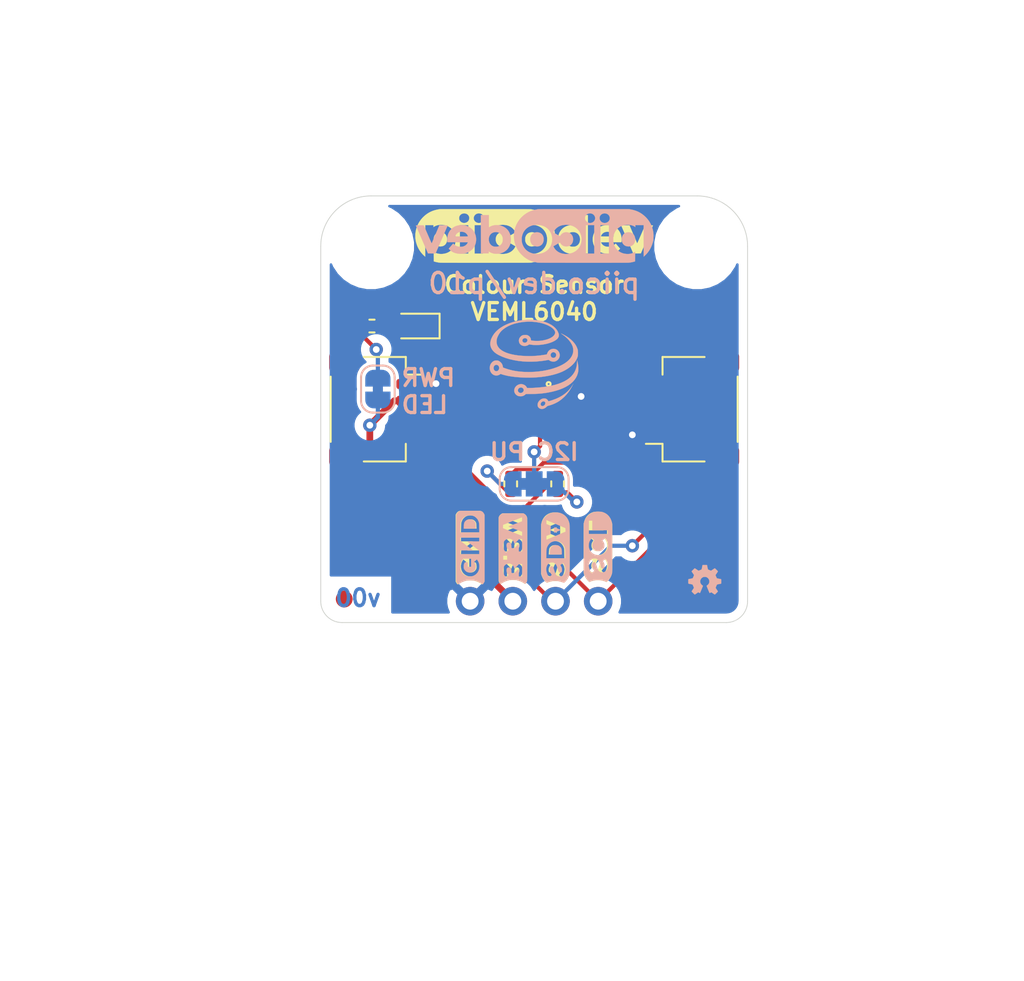
<source format=kicad_pcb>
(kicad_pcb (version 20171130) (host pcbnew "(5.1.8-44-gfd79c7ae46)-1")
  (title_block (title "PiicoDev Ambient Light Sensor VEML6030") (date 2021-03-23) (rev 10) (company "Core Electronics") (comment 1 "Designed at Core Electronics by Michael Ruppe") (comment 2 "PiicoDev and the PiicoDev logo are trademarks of Core Electronics Pty Ltd.") (comment 3 "License: CCASAv4.0 http://creativecommons.org/licenses/by-sa/4.0") (comment 4 "based off: https://www.sparkfun.com/products/15436"))
  (layers (0 F.Cu signal) (31 B.Cu signal) (34 B.Paste user) (35 F.Paste user) (36 B.SilkS user) (37 F.SilkS user) (38 B.Mask user) (39 F.Mask user) (44 Edge.Cuts user))
  (net 0 "")
  (net 1 +3V3)
  (net 2 GND)
  (net 3 "Net-(D1-Pad2)")
  (net 4 /SCL)
  (net 5 /SDA)
  (net 6 "Net-(JP1-Pad2)")
  (net 7 "Net-(JP3-Pad3)")
  (net 8 "Net-(JP3-Pad1)")
  (module CoreElectronics_Components:PiicoDev_header_4pin (layer B.Cu) (at 8.89 24.13 270)
    (fp_text reference J3)
    (fp_text value Conn_PiicoDev_header_01x04_Male)
    (pad 1 thru_hole circle (at 0 0 270) (size 1.7 1.7) (drill 1) (layers *.Cu *.Mask) (net 2 GND))
    (pad 2 thru_hole oval (at 0 -2.54 270) (size 1.7 1.7) (drill 1) (layers *.Cu *.Mask) (net 1 +3V3))
    (pad 3 thru_hole oval (at 0 -5.08 270) (size 1.7 1.7) (drill 1) (layers *.Cu *.Mask) (net 5 /SDA))
    (pad 4 thru_hole oval (at 0 -7.62 270) (size 1.7 1.7) (drill 1) (layers *.Cu *.Mask) (net 4 /SCL))
  )
  (module CoreElectronics_Components:VISHAY_VEML6040_2X1.25X1 (layer F.Cu) (at 12.7 12.7 270)
    (fp_text reference U1 hide)
    (fp_text value VEML6040)
    (pad 1 smd rect (at -0.95 -0.35 270) (size 0.9 0.35) (layers F.Cu F.Paste F.Mask) (net 2 GND))
    (pad 2 smd roundrect (at -1 0.35 270) (size 0.9 0.35) (drill (offset 0.05 0)) (layers F.Cu F.Paste F.Mask) (net 5 /SDA))
    (pad 3 smd roundrect (at 0.95 0.35 270) (size 1 0.35) (drill (offset -0.05 0)) (layers F.Cu F.Paste F.Mask) (net 4 /SCL))
    (pad 4 smd roundrect (at 0.95 -0.35 270) (size 0.9 0.35) (layers F.Cu F.Paste F.Mask) (net 1 +3V3))
  )
  (module CoreElectronics_Artwork:CoreElectronics_logo_5mm (layer B.Cu) (at 12.7 10.033 180)
    (fp_text reference G1 hide)
    (fp_text value LOGO_CoreElectronics_no-text hide)
  )
  (module CoreElectronics_Components:MountingHole_2.7mm_M2.5_PadClearance_1.2 (layer F.Cu) (at 22.4 3)
    (fp_text reference H4 hide)
    (fp_text value MountingHole)
    (pad 1 np_thru_hole circle (at 0 0) (size 2.7 2.7) (drill 2.7) (layers *.Cu *.Mask))
  )
  (module CoreElectronics_Components:MountingHole_2.7mm_M2.5_PadClearance_1.2 (layer F.Cu) (at 3 3)
    (fp_text reference H1 hide)
    (fp_text value MountingHole)
    (pad 1 np_thru_hole circle (at 0 0) (size 2.7 2.7) (drill 2.7) (layers *.Cu *.Mask))
  )
  (module CoreElectronics_Artwork:piicodev_logo_14.2x3.4mm (layer B.Cu) (at 12.715953 2.4892 180)
    (fp_text reference G3 hide)
    (fp_text value LOGO_made-with-love hide)
  )
  (module CoreElectronics_Artwork:piicodev_logo_14.2x3.4mm (layer F.Cu) (at 12.715953 2.4892)
    (fp_text reference G2 hide)
    (fp_text value LOGO_piico hide)
  )
  (module Resistor_SMD:R_0402_1005Metric (layer F.Cu) (at 3.048 7.747)
    (fp_text reference R1 hide)
    (fp_text value 1k hide)
    (pad 2 smd roundrect (at 0.51 0) (size 0.54 0.64) (layers F.Cu F.Paste F.Mask) (net 3 "Net-(D1-Pad2)"))
    (pad 1 smd roundrect (at -0.51 0) (size 0.54 0.64) (layers F.Cu F.Paste F.Mask) (net 6 "Net-(JP1-Pad2)"))
  )
  (module Resistor_SMD:R_0402_1005Metric (layer F.Cu) (at 11.303 17.145 90)
    (fp_text reference R4 hide)
    (fp_text value 4k7 hide)
    (pad 2 smd roundrect (at 0.51 0 90) (size 0.54 0.64) (layers F.Cu F.Paste F.Mask) (net 5 /SDA))
    (pad 1 smd roundrect (at -0.51 0 90) (size 0.54 0.64) (layers F.Cu F.Paste F.Mask) (net 8 "Net-(JP3-Pad1)"))
  )
  (module Resistor_SMD:R_0402_1005Metric (layer F.Cu) (at 14.097 17.145 90)
    (fp_text reference R3 hide)
    (fp_text value 4k7 hide)
    (pad 2 smd roundrect (at 0.51 0 90) (size 0.54 0.64) (layers F.Cu F.Paste F.Mask) (net 4 /SCL))
    (pad 1 smd roundrect (at -0.51 0 90) (size 0.54 0.64) (layers F.Cu F.Paste F.Mask) (net 7 "Net-(JP3-Pad3)"))
  )
  (module CoreElectronics_Components:SolderJumper-3_P1.3mm_Closed_RoundedPad1.0x1.5mm_NumberLabels (layer B.Cu) (at 12.7 17.145)
    (fp_text reference JP3 hide)
    (fp_text value "I2C PU")
    (fp_poly (pts (xy 0.8 -0.3) (xy -0.8 -0.3) (xy -0.8 0.3) (xy 0.8 0.3)) (layer B.Cu) (width 0.1))
    (pad 1 smd custom (at -1.3 0) (size 1 0.5) (layers B.Cu B.Mask) (net 8 "Net-(JP3-Pad1)") (options (clearance outline) (anchor rect)) (primitives (gr_circle (center 0 -0.25) (end 0.5 -0.25) (width 0)) (gr_circle (center 0 0.25) (end 0.5 0.25) (width 0)) (gr_poly (pts (xy 0.55 0.75) (xy 0 0.75) (xy 0 -0.75) (xy 0.55 -0.75)) (width 0))))
    (pad 3 smd custom (at 1.3 0) (size 1 0.5) (layers B.Cu B.Mask) (net 7 "Net-(JP3-Pad3)") (options (clearance outline) (anchor rect)) (primitives (gr_circle (center 0 -0.25) (end 0.5 -0.25) (width 0)) (gr_circle (center 0 0.25) (end 0.5 0.25) (width 0)) (gr_poly (pts (xy -0.55 0.75) (xy 0 0.75) (xy 0 -0.75) (xy -0.55 -0.75)) (width 0))))
    (pad 2 smd rect (at 0 0) (size 1 1.5) (layers B.Cu B.Mask) (net 1 +3V3))
  )
  (module Fiducial:Fiducial_1mm_Mask2mm (layer F.Cu) (at 24.003 6.985)
    (fp_text reference FID2 hide)
    (fp_text value Fiducial)
    (pad "" smd circle (at 0 0) (size 1 1) (layers F.Cu F.Mask) (clearance 0.5))
  )
  (module Fiducial:Fiducial_1mm_Mask2mm (layer F.Cu) (at 1.397 24.003)
    (fp_text reference FID1 hide)
    (fp_text value Fiducial)
    (pad "" smd circle (at 0 0) (size 1 1) (layers F.Cu F.Mask) (clearance 0.5))
  )
  (module CoreElectronics_Logos:oshw (layer B.Cu) (at 22.86 22.86 180)
    (fp_text reference LOGO1 hide)
    (fp_text value Logo_Open_Hardware_Small hide)
  )
  (module Jumper:SolderJumper-2_P1.3mm_Bridged_RoundedPad1.0x1.5mm (layer B.Cu) (at 3.4 11.5 90)
    (fp_text reference JP1 hide)
    (fp_text value LED hide)
    (fp_poly (pts (xy 0.25 0.3) (xy -0.25 0.3) (xy -0.25 -0.3) (xy 0.25 -0.3)) (layer B.Cu) (width 0))
    (pad 1 smd custom (at -0.65 0 90) (size 1 0.5) (layers B.Cu B.Mask) (net 1 +3V3) (options (clearance outline) (anchor rect)) (primitives (gr_circle (center 0 -0.25) (end 0.5 -0.25) (width 0)) (gr_circle (center 0 0.25) (end 0.5 0.25) (width 0)) (gr_poly (pts (xy 0 0.75) (xy 0.5 0.75) (xy 0.5 -0.75) (xy 0 -0.75)) (width 0))))
    (pad 2 smd custom (at 0.65 0 90) (size 1 0.5) (layers B.Cu B.Mask) (net 6 "Net-(JP1-Pad2)") (options (clearance outline) (anchor rect)) (primitives (gr_circle (center 0 -0.25) (end 0.5 -0.25) (width 0)) (gr_circle (center 0 0.25) (end 0.5 0.25) (width 0)) (gr_poly (pts (xy 0 0.75) (xy -0.5 0.75) (xy -0.5 -0.75) (xy 0 -0.75)) (width 0))))
  )
  (module Connector_JST:JST_SH_SM04B-SRSS-TB_1x04-1MP_P1.00mm_Horizontal (layer F.Cu) (at 22.1234 12.7 90)
    (fp_text reference J2 hide)
    (fp_text value " " hide)
    (pad 1 smd roundrect (at -1.5 -2 90) (size 0.6 1.55) (layers F.Cu F.Paste F.Mask) (net 2 GND))
    (pad 2 smd roundrect (at -0.5 -2 90) (size 0.6 1.55) (layers F.Cu F.Paste F.Mask) (net 1 +3V3))
    (pad 3 smd roundrect (at 0.5 -2 90) (size 0.6 1.55) (layers F.Cu F.Paste F.Mask) (net 5 /SDA))
    (pad 4 smd roundrect (at 1.5 -2 90) (size 0.6 1.55) (layers F.Cu F.Paste F.Mask) (net 4 /SCL))
    (pad MP smd roundrect (at -2.8 1.875 90) (size 1.2 1.8) (layers F.Cu F.Paste F.Mask) (roundrect_rratio 0.2083325))
    (pad MP smd roundrect (at 2.8 1.875 90) (size 1.2 1.8) (layers F.Cu F.Paste F.Mask) (roundrect_rratio 0.2083325))
  )
  (module Connector_JST:JST_SH_SM04B-SRSS-TB_1x04-1MP_P1.00mm_Horizontal (layer F.Cu) (at 3.2766 12.7 270)
    (fp_text reference J1 hide)
    (fp_text value " " hide)
    (pad MP smd roundrect (at 2.8 1.875 270) (size 1.2 1.8) (layers F.Cu F.Paste F.Mask) (roundrect_rratio 0.2083325))
    (pad MP smd roundrect (at -2.8 1.875 270) (size 1.2 1.8) (layers F.Cu F.Paste F.Mask) (roundrect_rratio 0.2083325))
    (pad 4 smd roundrect (at 1.5 -2 270) (size 0.6 1.55) (layers F.Cu F.Paste F.Mask) (net 4 /SCL))
    (pad 3 smd roundrect (at 0.5 -2 270) (size 0.6 1.55) (layers F.Cu F.Paste F.Mask) (net 5 /SDA))
    (pad 2 smd roundrect (at -0.5 -2 270) (size 0.6 1.55) (layers F.Cu F.Paste F.Mask) (net 1 +3V3))
    (pad 1 smd roundrect (at -1.5 -2 270) (size 0.6 1.55) (layers F.Cu F.Paste F.Mask) (net 2 GND))
  )
  (module LED_SMD:LED_0603_1608Metric (layer F.Cu) (at 5.588 7.747 180)
    (fp_text reference D1 hide)
    (fp_text value LED hide)
    (pad 1 smd roundrect (at -0.7875 0 180) (size 0.875 0.95) (layers F.Cu F.Paste F.Mask) (net 2 GND))
    (pad 2 smd roundrect (at 0.7875 0 180) (size 0.875 0.95) (layers F.Cu F.Paste F.Mask) (net 3 "Net-(D1-Pad2)"))
  )
  (module Capacitor_SMD:C_0402_1005Metric (layer F.Cu) (at 14.224 12.423 270)
    (fp_text reference C1 hide)
    (fp_text value 100n hide)
    (pad 1 smd roundrect (at -0.485 0 270) (size 0.59 0.64) (layers F.Cu F.Paste F.Mask) (net 2 GND))
    (pad 2 smd roundrect (at 0.485 0 270) (size 0.59 0.64) (layers F.Cu F.Paste F.Mask) (net 1 +3V3))
  )
  (gr_arc (start 22.4 3) (end 25.4 3) (angle -90) (layer Edge.Cuts) (width 0.05))
  (gr_arc (start 3 3) (end 3 0) (angle -90) (layer Edge.Cuts) (width 0.05))
  (gr_arc (start 24.13 24.13) (end 24.13 25.4) (angle -90) (layer Edge.Cuts) (width 0.05))
  (gr_arc (start 1.27 24.13) (end 0 24.13) (angle -90) (layer Edge.Cuts) (width 0.05))
  (gr_line (start 24.13 25.4) (end 1.27 25.4) (layer Edge.Cuts) (width 0.05))
  (gr_line (start 25.4 3) (end 25.4 24.13) (layer Edge.Cuts) (width 0.05))
  (gr_line (start 3 0) (end 22.4 0) (layer Edge.Cuts) (width 0.05))
  (gr_line (start 0 24.13) (end 0 3) (layer Edge.Cuts) (width 0.05))
  (gr_text piico.dev/p10 (at 12.7 5.207) (layer B.SilkS) (effects (font (size 1.2 1.2) (thickness 0.2)) (justify mirror)))
  (gr_text "PWR\nLED" (at 4.699 11.6365) (layer B.SilkS) (effects (font (size 1 1) (thickness 0.2)) (justify right mirror)))
  (gr_text "I2C PU" (at 12.7 15.24) (layer B.SilkS) (effects (font (size 1 1) (thickness 0.2)) (justify mirror)))
  (gr_text v00 (at 3.683 23.9395) (layer B.Cu) (effects (font (size 1 1) (thickness 0.2)) (justify left mirror)))
  (gr_text "Colour Sensor\nVEML6040" (at 12.7 6.096) (layer F.SilkS) (effects (font (size 1 1) (thickness 0.2))))
  (via (at 12.7 15.24) (size 0.8) (drill 0.4) (layers F.Cu B.Cu) (net 1))
  (segment (start 12.7 17.145) (end 12.7 15.24) (width 0.25) (layer B.Cu) (net 1))
  (segment (start 14.516 13.2) (end 14.224 12.908) (width 0.4) (layer F.Cu) (net 1))
  (segment (start 20.1234 13.2) (end 14.516 13.2) (width 0.4) (layer F.Cu) (net 1))
  (segment (start 13.05 14.89) (end 12.7 15.24) (width 0.25) (layer F.Cu) (net 1))
  (segment (start 13.05 13.65) (end 13.05 14.89) (width 0.25) (layer F.Cu) (net 1))
  (segment (start 5.2766 12.2) (end 4.818 12.2) (width 0.25) (layer F.Cu) (net 1))
  (segment (start 11.560576 12.2) (end 11.997076 12.6365) (width 0.4) (layer F.Cu) (net 1))
  (segment (start 5.2766 12.2) (end 11.560576 12.2) (width 0.4) (layer F.Cu) (net 1))
  (segment (start 13.924 12.908) (end 13.6525 12.6365) (width 0.4) (layer F.Cu) (net 1))
  (segment (start 14.224 12.908) (end 13.924 12.908) (width 0.4) (layer F.Cu) (net 1))
  (segment (start 13.05 12.669) (end 13.0175 12.6365) (width 0.25) (layer F.Cu) (net 1))
  (segment (start 13.05 13.65) (end 13.05 12.669) (width 0.25) (layer F.Cu) (net 1))
  (segment (start 13.0175 12.6365) (end 13.6525 12.6365) (width 0.4) (layer F.Cu) (net 1))
  (segment (start 11.997076 12.6365) (end 13.0175 12.6365) (width 0.4) (layer F.Cu) (net 1))
  (via (at 2.921008 13.6525) (size 0.8) (drill 0.4) (layers F.Cu B.Cu) (net 1))
  (segment (start 11.43 24.13) (end 2.921008 15.621008) (width 0.4) (layer F.Cu) (net 1))
  (segment (start 5.2766 12.2) (end 4.373508 12.2) (width 0.4) (layer F.Cu) (net 1))
  (segment (start 3.4 12.15) (end 3.4 13.173508) (width 0.25) (layer B.Cu) (net 1))
  (segment (start 3.4 13.173508) (end 2.921008 13.6525) (width 0.25) (layer B.Cu) (net 1))
  (segment (start 2.921008 15.621008) (end 2.921008 13.6525) (width 0.4) (layer F.Cu) (net 1))
  (segment (start 4.373508 12.2) (end 2.921008 13.6525) (width 0.4) (layer F.Cu) (net 1))
  (via (at 18.542 14.224) (size 0.8) (drill 0.4) (layers F.Cu B.Cu) (net 2))
  (segment (start 18.566 14.2) (end 18.542 14.224) (width 0.25) (layer F.Cu) (net 2))
  (segment (start 20.1234 14.2) (end 18.566 14.2) (width 0.25) (layer F.Cu) (net 2))
  (via (at 15.494 11.938) (size 0.8) (drill 0.4) (layers F.Cu B.Cu) (net 2))
  (segment (start 14.224 11.938) (end 15.494 11.938) (width 0.25) (layer F.Cu) (net 2))
  (segment (start 5.2766 8.8459) (end 6.3755 7.747) (width 0.25) (layer F.Cu) (net 2))
  (segment (start 5.2766 11.2) (end 5.2766 8.8459) (width 0.25) (layer F.Cu) (net 2))
  (via (at 6.858 11.176) (size 0.8) (drill 0.4) (layers F.Cu B.Cu) (net 2))
  (segment (start 5.2766 11.2) (end 6.834 11.2) (width 0.25) (layer F.Cu) (net 2))
  (segment (start 6.834 11.2) (end 6.858 11.176) (width 0.25) (layer F.Cu) (net 2))
  (segment (start 13.716 11.938) (end 14.224 11.938) (width 0.25) (layer F.Cu) (net 2))
  (segment (start 13.5255 11.7475) (end 13.716 11.938) (width 0.25) (layer F.Cu) (net 2))
  (segment (start 13.0525 11.7475) (end 13.5255 11.7475) (width 0.25) (layer F.Cu) (net 2))
  (segment (start 13.05 11.75) (end 13.0525 11.7475) (width 0.25) (layer F.Cu) (net 2))
  (segment (start 3.558 7.747) (end 4.8005 7.747) (width 0.25) (layer F.Cu) (net 3))
  (segment (start 6.58 14.2) (end 5.2766 14.2) (width 0.25) (layer F.Cu) (net 4))
  (segment (start 16.51 24.13) (end 11.557 19.177) (width 0.25) (layer F.Cu) (net 4))
  (segment (start 10.794 18.414) (end 10.668 18.288) (width 0.25) (layer F.Cu) (net 4))
  (segment (start 10.668 18.288) (end 6.58 14.2) (width 0.25) (layer F.Cu) (net 4))
  (segment (start 14.097 16.635) (end 12.318 18.414) (width 0.25) (layer F.Cu) (net 4))
  (segment (start 12.318 18.414) (end 12.318 18.416) (width 0.25) (layer F.Cu) (net 4))
  (segment (start 12.318 18.416) (end 11.557 19.177) (width 0.25) (layer F.Cu) (net 4))
  (segment (start 11.557 19.177) (end 10.668 18.288) (width 0.25) (layer F.Cu) (net 4))
  (segment (start 12.35 14.066) (end 12.35 13.65) (width 0.25) (layer F.Cu) (net 4))
  (segment (start 12.216 14.2) (end 12.35 14.066) (width 0.25) (layer F.Cu) (net 4))
  (segment (start 5.2766 14.2) (end 12.216 14.2) (width 0.25) (layer F.Cu) (net 4))
  (segment (start 21.844 18.796) (end 16.51 24.13) (width 0.25) (layer F.Cu) (net 4))
  (segment (start 21.844 11.938) (end 21.844 18.796) (width 0.25) (layer F.Cu) (net 4))
  (segment (start 21.106 11.2) (end 21.844 11.938) (width 0.25) (layer F.Cu) (net 4))
  (segment (start 20.1234 11.2) (end 21.106 11.2) (width 0.25) (layer F.Cu) (net 4))
  (segment (start 17.271975 20.828025) (end 18.541993 20.828025) (width 0.25) (layer B.Cu) (net 5))
  (segment (start 13.97 24.13) (end 17.271975 20.828025) (width 0.25) (layer B.Cu) (net 5))
  (via (at 18.541993 20.828025) (size 0.8) (drill 0.4) (layers F.Cu B.Cu) (net 5))
  (segment (start 12.35 11.239998) (end 12.35 11.7) (width 0.25) (layer F.Cu) (net 5))
  (segment (start 17.896499 10.974999) (end 12.614999 10.974999) (width 0.25) (layer F.Cu) (net 5))
  (segment (start 12.614999 10.974999) (end 12.35 11.239998) (width 0.25) (layer F.Cu) (net 5))
  (segment (start 19.1215 12.2) (end 17.896499 10.974999) (width 0.25) (layer F.Cu) (net 5))
  (segment (start 20.1234 12.2) (end 19.1215 12.2) (width 0.25) (layer F.Cu) (net 5))
  (segment (start 21.09 12.2) (end 20.1234 12.2) (width 0.25) (layer F.Cu) (net 5))
  (segment (start 21.2725 12.3825) (end 21.09 12.2) (width 0.25) (layer F.Cu) (net 5))
  (segment (start 18.541993 20.828025) (end 21.2725 18.097518) (width 0.25) (layer F.Cu) (net 5))
  (segment (start 12.8905 16.256) (end 13.2715 15.875) (width 0.25) (layer F.Cu) (net 5))
  (segment (start 11.682 16.256) (end 12.8905 16.256) (width 0.25) (layer F.Cu) (net 5))
  (segment (start 11.303 16.635) (end 11.682 16.256) (width 0.25) (layer F.Cu) (net 5))
  (segment (start 5.2766 13.2) (end 4.5016 13.2) (width 0.25) (layer F.Cu) (net 5))
  (segment (start 4.5016 13.2) (end 4.17659 13.52501) (width 0.25) (layer F.Cu) (net 5))
  (segment (start 4.17659 13.52501) (end 4.17659 14.546758) (width 0.25) (layer F.Cu) (net 5))
  (segment (start 13.759832 24.13) (end 13.97 24.13) (width 0.25) (layer F.Cu) (net 5))
  (segment (start 4.17659 14.546758) (end 13.759832 24.13) (width 0.25) (layer F.Cu) (net 5))
  (segment (start 13.2715 15.875) (end 21.2725 15.875) (width 0.25) (layer F.Cu) (net 5))
  (segment (start 21.2725 15.875) (end 21.2725 12.3825) (width 0.25) (layer F.Cu) (net 5))
  (segment (start 21.2725 18.097518) (end 21.2725 15.875) (width 0.25) (layer F.Cu) (net 5))
  (via (at 3.302014 9.144) (size 0.8) (drill 0.4) (layers F.Cu B.Cu) (net 6))
  (segment (start 3.4 10.85) (end 3.4 9.241986) (width 0.25) (layer B.Cu) (net 6))
  (segment (start 3.4 9.241986) (end 3.302014 9.144) (width 0.25) (layer B.Cu) (net 6))
  (segment (start 2.538 7.747) (end 2.538 8.379986) (width 0.25) (layer F.Cu) (net 6))
  (segment (start 2.538 8.379986) (end 3.302014 9.144) (width 0.25) (layer F.Cu) (net 6))
  (via (at 15.24 18.219849) (size 0.8) (drill 0.4) (layers F.Cu B.Cu) (net 7))
  (segment (start 15.074849 18.219849) (end 15.24 18.219849) (width 0.25) (layer B.Cu) (net 7))
  (segment (start 14 17.145) (end 15.074849 18.219849) (width 0.25) (layer B.Cu) (net 7))
  (segment (start 14.675151 17.655) (end 15.24 18.219849) (width 0.25) (layer F.Cu) (net 7))
  (segment (start 14.097 17.655) (end 14.675151 17.655) (width 0.25) (layer F.Cu) (net 7))
  (via (at 9.906 16.383) (size 0.8) (drill 0.4) (layers F.Cu B.Cu) (net 8))
  (segment (start 10.031 16.383) (end 9.906 16.383) (width 0.25) (layer F.Cu) (net 8))
  (segment (start 11.178 17.655) (end 9.906 16.383) (width 0.25) (layer F.Cu) (net 8))
  (segment (start 11.303 17.655) (end 11.178 17.655) (width 0.25) (layer F.Cu) (net 8))
  (segment (start 10.668 17.145) (end 9.906 16.383) (width 0.25) (layer B.Cu) (net 8))
  (segment (start 11.4 17.145) (end 10.668 17.145) (width 0.25) (layer B.Cu) (net 8))
  (zone (net 2) (net_name GND) (layer B.Cu) (connect_pads (clearance 0.508)) (min_thickness 0.15) (fill yes (arc_segments 32) (thermal_gap 0.508) (thermal_bridge_width 0.508))
    (polygon (pts (xy 23.622 0.254) (xy 24.384 0.762) (xy 25.019 1.524) (xy 25.4 2.667) (xy 25.4 3.429) (xy 25.4 4.826) (xy 25.4 7.5) (xy 25.4 22.5298) (xy 25.4 23.876) (xy 25.3365 24.384) (xy 25.019 24.892) (xy 24.511 25.273) (xy 24.003 25.4) (xy 22.5044 25.4) (xy 1.778 25.4) (xy 1.0795 25.3365) (xy 0.4445 24.9555) (xy 0.0635 24.3205) (xy 0 23.876) (xy 0 22.4028) (xy 0 3.1242) (xy 0.0762 2.3368) (xy 0.4318 1.4732) (xy 0.9398 0.8382) (xy 1.6256 0.3556) (xy 2.4384 0.0508) (xy 3.048 0) (xy 22.606 0)))
  )
)
</source>
